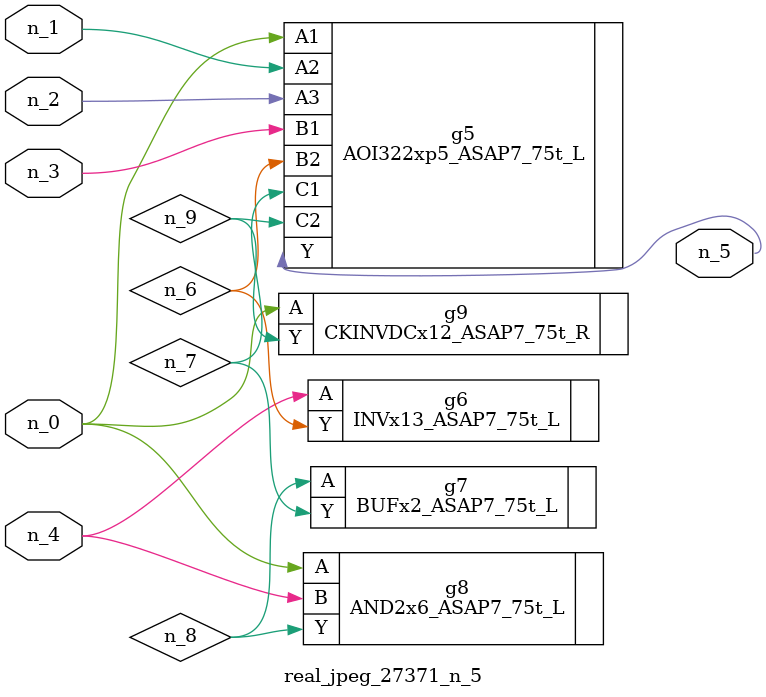
<source format=v>
module real_jpeg_27371_n_5 (n_4, n_0, n_1, n_2, n_3, n_5);

input n_4;
input n_0;
input n_1;
input n_2;
input n_3;

output n_5;

wire n_8;
wire n_6;
wire n_7;
wire n_9;

AOI322xp5_ASAP7_75t_L g5 ( 
.A1(n_0),
.A2(n_1),
.A3(n_2),
.B1(n_3),
.B2(n_6),
.C1(n_7),
.C2(n_9),
.Y(n_5)
);

AND2x6_ASAP7_75t_L g8 ( 
.A(n_0),
.B(n_4),
.Y(n_8)
);

CKINVDCx12_ASAP7_75t_R g9 ( 
.A(n_0),
.Y(n_9)
);

INVx13_ASAP7_75t_L g6 ( 
.A(n_4),
.Y(n_6)
);

BUFx2_ASAP7_75t_L g7 ( 
.A(n_8),
.Y(n_7)
);


endmodule
</source>
